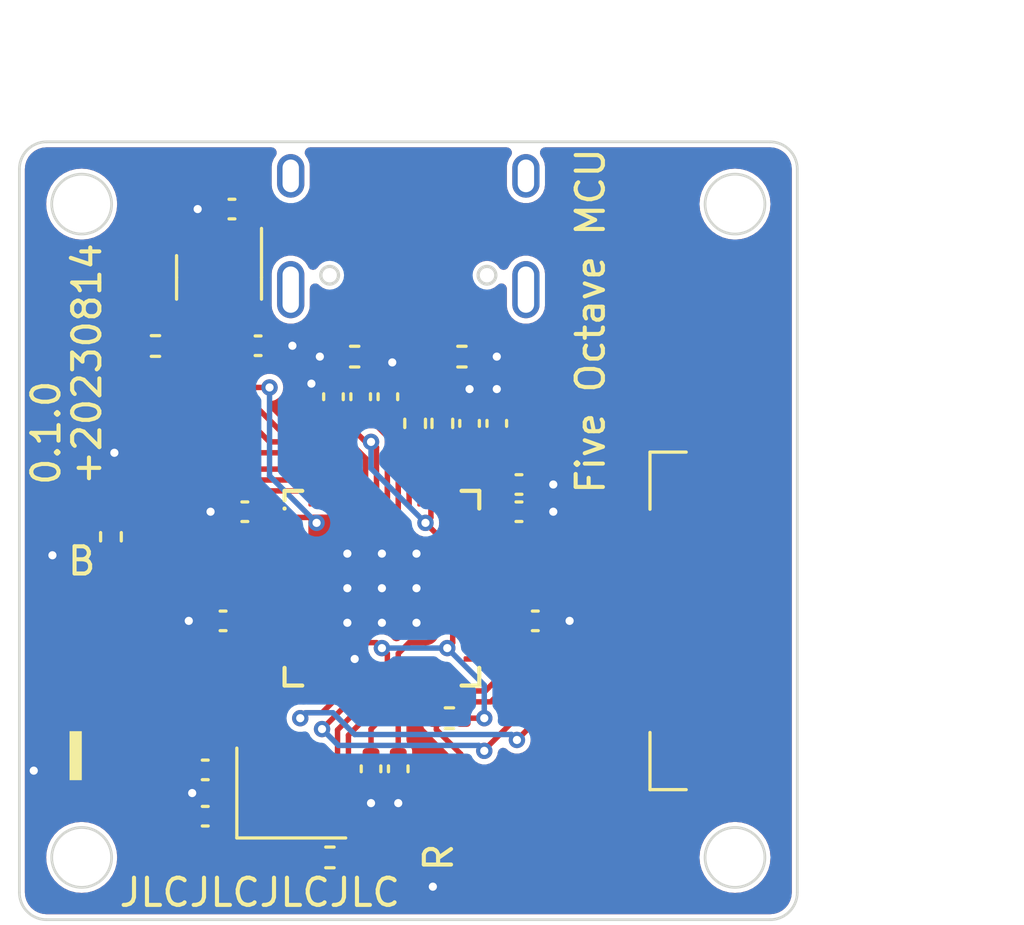
<source format=kicad_pcb>
(kicad_pcb (version 20221018) (generator pcbnew)
  (title_block (title "Five Octave - MCU") (date "2023-08-14") (rev "1.0.0-wip.1") (comment 1 "https://github.com/takayoshiotake/five-octave-61-key-keyboard"))
  (layers (0 "F.Cu" signal) (31 "B.Cu" signal) (34 "B.Paste" user) (35 "F.Paste" user) (36 "B.SilkS" user "B.Silkscreen") (37 "F.SilkS" user "F.Silkscreen") (38 "B.Mask" user) (39 "F.Mask" user) (44 "Edge.Cuts" user))
  (net 0 "")
  (net 1 "Net-(U1-XIN)")
  (net 2 "GND")
  (net 3 "Net-(C2-Pad1)")
  (net 4 "+3V3")
  (net 5 "+1V1")
  (net 6 "+5V")
  (net 7 "Net-(J1-CC1)")
  (net 8 "Net-(J1-D+-PadA6)")
  (net 9 "Net-(J1-D--PadA7)")
  (net 11 "Net-(J1-CC2)")
  (net 13 "ROW0")
  (net 14 "ROW1")
  (net 15 "ROW2")
  (net 16 "ROW3")
  (net 17 "ROW4")
  (net 18 "ROW5")
  (net 19 "ROW6")
  (net 20 "ROW7")
  (net 21 "COL0")
  (net 22 "COL1")
  (net 23 "COL2")
  (net 24 "COL3")
  (net 25 "COL4")
  (net 26 "COL5")
  (net 27 "COL6")
  (net 28 "COL7")
  (net 29 "NEOPIX_POWER")
  (net 31 "NEOPIX")
  (net 32 "Net-(U1-RUN)")
  (net 33 "Net-(U1-XOUT)")
  (net 34 "QSPI_SS_N")
  (net 35 "Net-(R4-Pad2)")
  (net 36 "D+")
  (net 37 "D-")
  (net 38 "~{RESET}")
  (net 40 "~{USB_BOOT}")
  (net 56 "Net-(U1-QSPI_SD3)")
  (net 57 "Net-(U1-QSPI_SCLK)")
  (net 58 "Net-(U1-QSPI_SD0)")
  (net 59 "Net-(U1-QSPI_SD2)")
  (net 60 "Net-(U1-QSPI_SD1)")
  (footprint "Capacitor_SMD:C_0402_1005Metric" (layer "F.Cu") (at 44.665 43.8)
    (fp_text reference "C8" hide)
    (fp_text value "0.1uF" hide)
  )
  (footprint "Capacitor_SMD:C_0402_1005Metric" (layer "F.Cu") (at 44.065 39.79)
    (fp_text reference "C9" hide)
    (fp_text value "0.1uF" hide)
  )
  (footprint "Capacitor_SMD:C_0402_1005Metric" (layer "F.Cu") (at 39.63 49.235 -90)
    (fp_text reference "C13" hide)
    (fp_text value "0.1uF" hide)
  )
  (footprint "Capacitor_SMD:C_0402_1005Metric" (layer "F.Cu") (at 42.25 36.545 90)
    (fp_text reference "C4" hide)
    (fp_text value "1uF" hide)
  )
  (footprint "Capacitor_SMD:C_0402_1005Metric" (layer "F.Cu") (at 38.63 49.235 -90)
    (fp_text reference "C7" hide)
    (fp_text value "0.1uF" hide)
  )
  (footprint "Resistor_SMD:R_0402_1005Metric" (layer "F.Cu") (at 41.97 34.0925)
    (fp_text reference "R8" hide)
    (fp_text value "5.1K" hide)
  )
  (footprint "Resistor_SMD:R_0402_1005Metric" (layer "F.Cu") (at 37.12 52.4895 180)
    (fp_text reference "R2" hide)
    (fp_text value "1K" hide)
  )
  (footprint "Project_Library:WS2812C-2020" (layer "F.Cu") (at 28.005 48.75225)
    (fp_text reference "LED1" hide)
    (fp_text value "WS2812C-2020-V1" hide)
  )
  (footprint "Capacitor_SMD:C_0402_1005Metric" (layer "F.Cu") (at 44.065 38.79)
    (fp_text reference "C10" hide)
    (fp_text value "0.1uF" hide)
  )
  (footprint "Project_Library:Tactile_Switch_SKRP_Series" (layer "F.Cu") (at 44 52.4895)
    (fp_text reference "SW1" hide)
    (fp_text value "Alps_Alpine_SKRP" hide)
  )
  (footprint "Resistor_SMD:R_0402_1005Metric" (layer "F.Cu") (at 41.51 47.375 180)
    (fp_text reference "R1" hide)
    (fp_text value "10K" hide)
  )
  (footprint "Crystal:Crystal_SMD_3225-4Pin_3.2x2.5mm" (layer "F.Cu") (at 35.7 50.125)
    (fp_text reference "Y1" hide)
    (fp_text value "12MHz" hide)
  )
  (footprint "Capacitor_SMD:C_0402_1005Metric" (layer "F.Cu") (at 33.195 43.8 180)
    (fp_text reference "C6" hide)
    (fp_text value "0.1uF" hide)
  )
  (footprint "Resistor_SMD:R_0402_1005Metric" (layer "F.Cu") (at 40.25 36.545 90)
    (fp_text reference "R5" hide)
    (fp_text value "27" hide)
  )
  (footprint "Resistor_SMD:R_0402_1005Metric" (layer "F.Cu") (at 29.0755 40.71 -90)
    (fp_text reference "R4" hide)
    (fp_text value "1K" hide)
  )
  (footprint "Project_Library:RP2040_QFN-56" (layer "F.Cu") (at 39.03 42.6)
    (fp_text reference "U1" hide)
    (fp_text value "Raspberry_Pi_RP2040" hide)
  )
  (footprint "Capacitor_SMD:C_0402_1005Metric" (layer "F.Cu") (at 38.25 35.565 90)
    (fp_text reference "C12" hide)
    (fp_text value "0.1uF" hide)
  )
  (footprint "Resistor_SMD:R_0402_1005Metric" (layer "F.Cu") (at 41.25 36.545 90)
    (fp_text reference "R6" hide)
    (fp_text value "27" hide)
  )
  (footprint "Capacitor_SMD:C_0402_1005Metric" (layer "F.Cu") (at 39.25 35.565 90)
    (fp_text reference "C11" hide)
    (fp_text value "0.1uF" hide)
  )
  (footprint "Project_Library:HRO_TYPE-C-31-M-12" (layer "F.Cu") (at 40 30 180)
    (fp_text reference "J1" hide)
    (fp_text value "HRO_TYPE-C-31-M-12" hide)
    (fp_circle (center -2.89 -1.1025) (end -2.565 -1.1025) (stroke (width 0.12)) (fill none) (layer "Edge.Cuts"))
    (fp_circle (center 2.89 -1.1025) (end 3.215 -1.1025) (stroke (width 0.12)) (fill none) (layer "Edge.Cuts"))
  )
  (footprint "Capacitor_SMD:C_0402_1005Metric" (layer "F.Cu") (at 32.54 49.275 180)
    (fp_text reference "C1" hide)
    (fp_text value "30pF" hide)
  )
  (footprint "Resistor_SMD:R_0402_1005Metric" (layer "F.Cu") (at 30.7115 33.7025 180)
    (fp_text reference "R3" hide)
    (fp_text value "10K" hide)
  )
  (footprint "Capacitor_SMD:C_0402_1005Metric" (layer "F.Cu") (at 33.995 39.79 180)
    (fp_text reference "C5" hide)
    (fp_text value "0.1uF" hide)
  )
  (footprint "Capacitor_SMD:C_0402_1005Metric" (layer "F.Cu") (at 43.25 36.545 90)
    (fp_text reference "C3" hide)
    (fp_text value "1uF" hide)
  )
  (footprint "Capacitor_SMD:C_0402_1005Metric" (layer "F.Cu") (at 37.25 35.565 90)
    (fp_text reference "C14" hide)
    (fp_text value "0.1uF" hide)
  )
  (footprint "Resistor_SMD:R_0402_1005Metric" (layer "F.Cu") (at 38.030001 34.0925 180)
    (fp_text reference "R7" hide)
    (fp_text value "5.1K" hide)
  )
  (footprint "Package_TO_SOT_SMD:SOT-23-5" (layer "F.Cu") (at 33.0465 31.1825 -90)
    (fp_text reference "U3" hide)
    (fp_text value "AP2112K-3.3" hide)
  )
  (footprint "Capacitor_SMD:C_0402_1005Metric" (layer "F.Cu") (at 34.4815 33.6925)
    (fp_text reference "C16" hide)
    (fp_text value "10uF" hide)
  )
  (footprint "Capacitor_SMD:C_0402_1005Metric" (layer "F.Cu") (at 32.54 50.975 180)
    (fp_text reference "C2" hide)
    (fp_text value "30pF" hide)
  )
  (footprint "Project_Library:Tactile_Switch_SKRP_Series" (layer "F.Cu") (at 28.0005 44.49 -90)
    (fp_text reference "SW2" hide)
    (fp_text value "Alps_Alpine_SKRP" hide)
  )
  (footprint "Project_Library:XSON-8-EP_4x4mm" (layer "F.Cu") (at 32.1015 36.425)
    (fp_text reference "U2" hide)
    (fp_text value "W25Q64JVXGIQ" hide)
  )
  (footprint "Capacitor_SMD:C_0402_1005Metric" (layer "F.Cu") (at 33.5215 28.6725 180)
    (fp_text reference "C15" hide)
    (fp_text value "10uF" hide)
  )
  (footprint "Project_Library:JUSHUO_AFC01-S16FCC-00" (layer "F.Cu") (at 49.793 43.8 -90)
    (fp_text reference "J2" hide)
    (fp_text value "FFC Connector" hide)
  )
  (gr_rect (start 48.278 35.105) (end 49.278 36.105) (fill solid) (layer "F.Cu"))
  (gr_poly (pts (xy 49.278 34.105) (xy 50.278 34.105) (xy 50.278 36.105) (xy 51.278 36.105) (xy 51.278 34.105) (xy 52.278 34.105) (xy 52.278 36.105) (xy 53.278 36.105) (xy 53.278 34.105) (xy 52.278 34.105) (xy 52.278 33.105) (xy 53.278 33.105) (xy 53.278 31.105) (xy 52.278 31.105) (xy 52.278 33.105) (xy 51.278 33.105) (xy 51.278 31.105) (xy 50.278 31.105) (xy 50.278 33.105) (xy 49.278 33.105)) (fill solid) (layer "F.Cu"))
  (gr_rect (start 48.278 31.105) (end 49.278 32.105) (fill solid) (layer "F.Cu"))
  (gr_circle (center 28.0005 52.4895) (end 29.1005 52.4895) (stroke (width 0.1)) (fill none) (layer "Edge.Cuts"))
  (gr_circle (center 52.0005 28.4895) (end 53.1005 28.4895) (stroke (width 0.1)) (fill none) (layer "Edge.Cuts"))
  (gr_line (start 25.713 53.777) (end 25.713 27.202) (stroke (width 0.1)) (layer "Edge.Cuts"))
  (gr_line (start 54.288 27.202) (end 54.288 53.777) (stroke (width 0.1)) (layer "Edge.Cuts"))
  (gr_arc (start 25.713 27.202) (mid 26.005893 26.494893) (end 26.713 26.202) (stroke (width 0.1)) (layer "Edge.Cuts"))
  (gr_arc (start 53.288 26.202) (mid 53.995107 26.494893) (end 54.288 27.202) (stroke (width 0.1)) (layer "Edge.Cuts"))
  (gr_line (start 26.713 26.202) (end 53.288 26.202) (stroke (width 0.1)) (layer "Edge.Cuts"))
  (gr_line (start 53.288 54.777) (end 26.713 54.777) (stroke (width 0.1)) (layer "Edge.Cuts"))
  (gr_circle (center 28.0005 28.4895) (end 29.1005 28.4895) (stroke (width 0.1)) (fill none) (layer "Edge.Cuts"))
  (gr_arc (start 26.713 54.777) (mid 26.005893 54.484107) (end 25.713 53.777) (stroke (width 0.1)) (layer "Edge.Cuts"))
  (gr_circle (center 52.0005 52.4895) (end 53.1005 52.4895) (stroke (width 0.1)) (fill none) (layer "Edge.Cuts"))
  (gr_arc (start 54.288 53.777) (mid 53.995107 54.484107) (end 53.288 54.777) (stroke (width 0.1)) (layer "Edge.Cuts"))
  (gr_text "0.1.0" (at 26.1095 38.896643 90) (layer "F.SilkS") (effects (font (size 1 1)) (justify left top)))
  (gr_text "R" (at 41.7 52.4895 90) (layer "F.SilkS") (effects (font (size 1 1)) (justify bottom)))
  (gr_text "B" (at 28.0005 42.19) (layer "F.SilkS") (effects (font (size 1 1)) (justify bottom)))
  (gr_text "JLCJLCJLCJLC" (at 29.3005 53.77875) (layer "F.SilkS") (effects (font (size 1 1)) (justify left)))
  (gr_text "Five Octave MCU" (at 47.278 26.352 90) (layer "F.SilkS") (effects (font (size 1 1)) (justify right bottom)))
  (gr_text "+20230814" (at 27.6095 38.896643 90) (layer "F.SilkS") (effects (font (size 1 1)) (justify left top)))
  (segment (start 37.4 47.805) (end 37.4 49.275) (width 0.2) (layer "F.Cu") (net 1))
  (segment (start 33.02 48.865) (end 33.02 49.275) (width 0.2) (layer "F.Cu") (net 1))
  (segment (start 36.7 49.275) (end 35.8 48.375) (width 0.2) (layer "F.Cu") (net 1))
  (segment (start 35.8 48.375) (end 33.51 48.375) (width 0.2) (layer "F.Cu") (net 1))
  (segment (start 38.43 46.775) (end 37.4 47.805) (width 0.2) (layer "F.Cu") (net 1))
  (segment (start 33.51 48.375) (end 33.02 48.865) (width 0.2) (layer "F.Cu") (net 1))
  (segment (start 38.43 46.0375) (end 38.43 46.775) (width 0.2) (layer "F.Cu") (net 1))
  (segment (start 32.2615 28.6725) (end 33.0415 28.6725) (width 0.2) (layer "F.Cu") (net 2))
  (segment (start 32.06 50.975) (end 32.06 50.124999) (width 0.2) (layer "F.Cu") (net 2))
  (segment (start 34.9615 33.6925) (end 35.7415 33.6925) (width 0.2) (layer "F.Cu") (net 2))
  (segment (start 43.25 32.5475) (end 43.25 34.0925) (width 0.2) (layer "F.Cu") (net 2))
  (segment (start 39.249999 35.085) (end 39.25 35.085001) (width 0.2) (layer "F.Cu") (net 2))
  (segment (start 42.48 34.0925) (end 43.25 34.0925) (width 0.2) (layer "F.Cu") (net 2))
  (segment (start 44.545 38.79) (end 45.324999 38.79) (width 0.2) (layer "F.Cu") (net 2))
  (segment (start 45.145 43.8) (end 45.925 43.8) (width 0.2) (layer "F.Cu") (net 2))
  (segment (start 29.2015 37.625) (end 30.2015 37.625) (width 0.2) (layer "F.Cu") (net 2))
  (segment (start 33.0465 30.045) (end 33.0465 28.6725) (width 0.2) (layer "F.Cu") (net 2))
  (segment (start 42.25 36.065) (end 42.25 35.285) (width 0.2) (layer "F.Cu") (net 2))
  (segment (start 44.545 39.79) (end 45.324999 39.79) (width 0.2) (layer "F.Cu") (net 2))
  (segment (start 36.44 35.085) (end 37.25 35.085) (width 0.2) (layer "F.Cu") (net 2))
  (segment (start 40.901 53.5645) (end 41.926 53.5645) (width 0.2) (layer "F.Cu") (net 2))
  (segment (start 38.03 46.0375) (end 38.03 45.2) (width 0.2) (layer "F.Cu") (net 2))
  (segment (start 26.9255 41.39) (end 26.9255 42.415) (width 0.2) (layer "F.Cu") (net 2))
  (segment (start 36.75 32.5475) (end 36.75 34.0925) (width 0.2) (layer "F.Cu") (net 2))
  (segment (start 38.63 49.715) (end 38.63 50.494999) (width 0.2) (layer "F.Cu") (net 2))
  (segment (start 38.25 35.085) (end 39.25 35.085) (width 0.2) (layer "F.Cu") (net 2))
  (segment (start 39.63 49.715) (end 39.63 50.494999) (width 0.2) (layer "F.Cu") (net 2))
  (segment (start 39.25 35.085) (end 39.25 34.464999) (width 0.2) (layer "F.Cu") (net 2))
  (segment (start 39.25 34.464999) (end 39.409999 34.305) (width 0.2) (layer "F.Cu") (net 2))
  (segment (start 37.520001 34.0925) (end 36.75 34.0925) (width 0.2) (layer "F.Cu") (net 2))
  (segment (start 31.935 43.8) (end 32.715 43.8) (width 0.2) (layer "F.Cu") (net 2))
  (segment (start 32.06 49.275) (end 32.06 50.124999) (width 0.2) (layer "F.Cu") (net 2))
  (segment (start 43.25 36.065) (end 43.25 35.285) (width 0.2) (layer "F.Cu") (net 2))
  (segment (start 32.735 39.79) (end 33.515 39.79) (width 0.2) (layer "F.Cu") (net 2))
  (segment (start 26.24 49.30225) (end 27.09 49.30225) (width 0.2) (layer "F.Cu") (net 2))
  (via (at 45.324999 38.79) (size 0.6) (drill 0.3) (layers "F.Cu" "B.Cu") (net 2))
  (via (at 43.25 35.285) (size 0.6) (drill 0.3) (layers "F.Cu" "B.Cu") (net 2))
  (via (at 45.925 43.8) (size 0.6) (drill 0.3) (layers "F.Cu" "B.Cu") (net 2))
  (via (at 32.06 50.124999) (size 0.6) (drill 0.3) (layers "F.Cu" "B.Cu") (net 2))
  (via (at 36.44 35.085) (size 0.6) (drill 0.3) (layers "F.Cu" "B.Cu") (net 2))
  (via (at 38.63 50.494999) (size 0.6) (drill 0.3) (layers "F.Cu" "B.Cu") (net 2))
  (via (at 32.735 39.79) (size 0.6) (drill 0.3) (layers "F.Cu" "B.Cu") (net 2))
  (via (at 38.03 45.2) (size 0.6) (drill 0.3) (layers "F.Cu" "B.Cu") (net 2))
  (via (at 42.25 35.285) (size 0.6) (drill 0.3) (layers "F.Cu" "B.Cu") (net 2))
  (via (at 39.63 50.494999) (size 0.6) (drill 0.3) (layers "F.Cu" "B.Cu") (net 2))
  (via (at 40.901 53.5645) (size 0.6) (drill 0.3) (layers "F.Cu" "B.Cu") (net 2))
  (via (at 36.75 34.0925) (size 0.6) (drill 0.3) (layers "F.Cu" "B.Cu") (net 2))
  (via (at 29.2015 37.625) (size 0.6) (drill 0.3) (layers "F.Cu" "B.Cu") (net 2))
  (via (at 45.324999 39.79) (size 0.6) (drill 0.3) (layers "F.Cu" "B.Cu") (net 2))
  (via (at 26.9255 41.39) (size 0.6) (drill 0.3) (layers "F.Cu" "B.Cu") (net 2))
  (via (at 35.7415 33.6925) (size 0.6) (drill 0.3) (layers "F.Cu" "B.Cu") (net 2))
  (via (at 31.935 43.8) (size 0.6) (drill 0.3) (layers "F.Cu" "B.Cu") (net 2))
  (via (at 26.24 49.30225) (size 0.6) (drill 0.3) (layers "F.Cu" "B.Cu") (net 2))
  (via (at 39.409999 34.305) (size 0.6) (drill 0.3) (layers "F.Cu" "B.Cu") (net 2))
  (via (at 32.2615 28.6725) (size 0.6) (drill 0.3) (layers "F.Cu" "B.Cu") (net 2))
  (via (at 43.25 34.0925) (size 0.6) (drill 0.3) (layers "F.Cu" "B.Cu") (net 2))
  (segment (start 36.2145 52.4895) (end 34.7 50.975) (width 0.2) (layer "F.Cu") (net 3))
  (segment (start 33.02 50.975) (end 34.6 50.975) (width 0.2) (layer "F.Cu") (net 3))
  (segment (start 36.2145 52.4895) (end 36.61 52.4895) (width 0.2) (layer "F.Cu") (net 3))
  (segment (start 35.5925 40) (end 36.43 40) (width 0.2) (layer "F.Cu") (net 4))
  (segment (start 41.23 40.2) (end 41.63 40.6) (width 0.2) (layer "F.Cu") (net 4))
  (segment (start 34.475 39.79) (end 35.045 39.79) (width 0.2) (layer "F.Cu") (net 4))
  (segment (start 41.63 43.6) (end 41.63 44.6) (width 0.2) (layer "F.Cu") (net 4))
  (segment (start 38.83 44.6) (end 39.03 44.8) (width 0.2) (layer "F.Cu") (net 4))
  (segment (start 35.5925 43.6) (end 36.43 43.6) (width 0.2) (layer "F.Cu") (net 4))
  (segment (start 31.2215 33.7025) (end 34.0015 33.7025) (width 0.2) (layer "F.Cu") (net 4))
  (segment (start 37.03 43.6) (end 37.03 41) (width 0.2) (layer "F.Cu") (net 4))
  (segment (start 34.0015 35.225) (end 34.0015 33.6925) (width 0.2) (layer "F.Cu") (net 4))
  (segment (start 44.185 43.8) (end 43.805 43.8) (width 0.2) (layer "F.Cu") (net 4))
  (segment (start 39.63 36.825) (end 39.25 36.445) (width 0.2) (layer "F.Cu") (net 4))
  (segment (start 41.63 44.6) (end 41.43 44.8) (width 0.2) (layer "F.Cu") (net 4))
  (segment (start 39.63 40) (end 39.63 40.6) (width 0.2) (layer "F.Cu") (net 4))
  (segment (start 42.23 38.425) (end 41.43 38.425) (width 0.2) (layer "F.Cu") (net 4))
  (segment (start 41.23 40) (end 41.23 40.2) (width 0.2) (layer "F.Cu") (net 4))
  (segment (start 43.25 37.405) (end 42.23 38.425) (width 0.2) (layer "F.Cu") (net 4))
  (segment (start 36.43 43.6) (end 37.03 43.6) (width 0.2) (layer "F.Cu") (net 4))
  (segment (start 36.63 40.2) (end 36.83 40) (width 0.2) (layer "F.Cu") (net 4))
  (segment (start 39.23 45) (end 39.03 44.8) (width 0.2) (layer "F.Cu") (net 4))
  (segment (start 41.63 43.6) (end 41.63 40.6) (width 0.2) (layer "F.Cu") (net 4))
  (segment (start 38.43 36.625) (end 38.25 36.445) (width 0.2) (layer "F.Cu") (net 4))
  (segment (start 36.43 41) (end 37.03 41) (width 0.2) (layer "F.Cu") (net 4))
  (segment (start 41.63 40) (end 41.23 40) (width 0.2) (layer "F.Cu") (net 4))
  (segment (start 35.5925 43.6) (end 34.255 43.6) (width 0.2) (layer "F.Cu") (net 4))
  (segment (start 33.9965 32.32) (end 33.9965 33.6925) (width 0.2) (layer "F.Cu") (net 4))
  (segment (start 39.23 46.0375) (end 39.23 45) (width 0.2) (layer "F.Cu") (net 4))
  (segment (start 39.63 40) (end 39.63 39.1625) (width 0.2) (layer "F.Cu") (net 4))
  (segment (start 37.03 43.6) (end 37.03 44.2) (width 0.2) (layer "F.Cu") (net 4))
  (segment (start 36.43 40) (end 36.83 40) (width 0.2) (layer "F.Cu") (net 4))
  (segment (start 35.045 39.79) (end 35.255 40) (width 0.2) (layer "F.Cu") (net 4))
  (segment (start 38.63 47.775) (end 38.63 48.755) (width 0.2) (layer "F.Cu") (net 4))
  (segment (start 43.25 37.025) (end 43.25 37.405) (width 0.2) (layer "F.Cu") (net 4))
  (segment (start 39.63 39.1625) (end 39.63 36.825) (width 0.2) (layer "F.Cu") (net 4))
  (segment (start 34.0015 35.225) (end 34.901499 35.225) (width 0.2) (layer "F.Cu") (net 4))
  (segment (start 37.33 40) (end 39.23 40) (width 0.2) (layer "F.Cu") (net 4))
  (segment (start 39.25 36.445) (end 39.25 36.045) (width 0.2) (layer "F.Cu") (net 4))
  (segment (start 33.675 43.8) (end 34.055 43.8) (width 0.2) (layer "F.Cu") (net 4))
  (segment (start 41.23 40) (end 41.23 39.1625) (width 0.2) (layer "F.Cu") (net 4))
  (segment (start 37.43 44.6) (end 36.43 44.6) (width 0.2) (layer "F.Cu") (net 4))
  (segment (start 39.23 40) (end 39.63 40) (width 0.2) (layer "F.Cu") (net 4))
  (segment (start 41.63 40) (end 41.63 39.1625) (width 0.2) (layer "F.Cu") (net 4))
  (segment (start 39.23 37.025) (end 38.83 36.625) (width 0.2) (layer "F.Cu") (net 4))
  (segment (start 37.77 40.6) (end 39.63 40.6) (width 0.2) (layer "F.Cu") (net 4))
  (segment (start 42.02 47.375) (end 42.79 47.375) (width 0.2) (layer "F.Cu") (net 4))
  (segment (start 34.255 43.6) (end 34.055 43.8) (width 0.2) (layer "F.Cu") (net 4))
  (segment (start 39.23 46.0375) (end 39.23 47.175) (width 0.2) (layer "F.Cu") (net 4))
  (segment (start 41.23 39.1625) (end 41.23 38.625) (width 0.2) (layer "F.Cu") (net 4))
  (segment (start 37.43 40.6) (end 37.77 40.6) (width 0.2) (layer "F.Cu") (net 4))
  (segment (start 38.25 36.445) (end 38.25 36.045) (width 0.2) (layer "F.Cu") (net 4))
  (segment (start 39.23 39.1625) (end 39.23 37.025) (width 0.2) (layer "F.Cu") (net 4))
  (segment (start 42.4675 43.6) (end 41.63 43.6) (width 0.2) (layer "F.Cu") (net 4))
  (segment (start 43.605 43.6) (end 43.805 43.8) (width 0.2) (layer "F.Cu") (net 4))
  (segment (start 38.83 36.625) (end 38.43 36.625) (width 0.2) (layer "F.Cu") (net 4))
  (segment (start 36.83 40) (end 37.33 40) (width 0.2) (layer "F.Cu") (net 4))
  (segment (start 37.43 44.6) (end 38.83 44.6) (width 0.2) (layer "F.Cu") (net 4))
  (segment (start 36.43 40) (end 36.63 40.2) (width 0.2) (layer "F.Cu") (net 4))
  (segment (start 42.4675 40) (end 41.63 40) (width 0.2) (layer "F.Cu") (net 4))
  (segment (start 41.23 38.625) (end 41.43 38.425) (width 0.2) (layer "F.Cu") (net 4))
  (segment (start 39.23 47.175) (end 38.63 47.775) (width 0.2) (layer "F.Cu") (net 4))
  (segment (start 41.63 40.6) (end 41.63 40) (width 0.2) (layer "F.Cu") (net 4))
  (segment (start 42.4675 43.6) (end 43.605 43.6) (width 0.2) (layer "F.Cu") (net 4))
  (segment (start 43.015 39.79) (end 42.805 40) (width 0.2) (layer "F.Cu") (net 4))
  (segment (start 36.43 44.6) (end 36.43 41) (width 0.2) (layer "F.Cu") (net 4))
  (segment (start 39.23 40) (end 39.23 39.1625) (width 0.2) (layer "F.Cu") (net 4))
  (segment (start 36.43 41) (end 36.43 40) (width 0.2) (layer "F.Cu") (net 4))
  (segment (start 41.63 38.825) (end 43.585 38.825) (width 0.2) (layer "F.Cu") (net 4))
  (segment (start 43.585 39.79) (end 43.015 39.79) (width 0.2) (layer "F.Cu") (net 4))
  (via (at 41.43 44.8) (size 0.6) (drill 0.3) (layers "F.Cu" "B.Cu") (net 4))
  (via (at 39.03 44.8) (size 0.6) (drill 0.3) (layers "F.Cu" "B.Cu") (net 4))
  (via (at 34.901499 35.225) (size 0.6) (drill 0.3) (layers "F.Cu" "B.Cu") (net 4))
  (via (at 36.63 40.2) (size 0.6) (drill 0.3) (layers "F.Cu" "B.Cu") (net 4))
  (via (at 42.79 47.375) (size 0.6) (drill 0.3) (layers "F.Cu" "B.Cu") (net 4))
  (arc (start 37.03 44.2) (mid 37.147157 44.482843) (end 37.43 44.6) (width 0.2) (layer "F.Cu") (net 4))
  (arc (start 37.03 41) (mid 37.147157 40.717157) (end 37.43 40.6) (width 0.2) (layer "F.Cu") (net 4))
  (segment (start 34.901499 38.471499) (end 36.63 40.2) (width 0.2) (layer "B.Cu") (net 4))
  (segment (start 42.79 47.375) (end 42.79 46.16) (width 0.2) (layer "B.Cu") (net 4))
  (segment (start 39.03 44.8) (end 41.43 44.8) (width 0.2) (layer "B.Cu") (net 4))
  (segment (start 42.79 46.16) (end 41.43 44.8) (width 0.2) (layer "B.Cu") (net 4))
  (segment (start 34.901499 35.225) (end 34.901499 38.471499) (width 0.2) (layer "B.Cu") (net 4))
  (segment (start 39.63 45) (end 39.63 46.0375) (width 0.2) (layer "F.Cu") (net 5))
  (segment (start 38.83 39.1625) (end 38.83 37.425) (width 0.2) (layer "F.Cu") (net 5))
  (segment (start 39.63 45) (end 40.03 44.6) (width 0.2) (layer "F.Cu") (net 5))
  (segment (start 40.83 39.1625) (end 40.83 40) (width 0.2) (layer "F.Cu") (net 5))
  (segment (start 40.83 40) (end 40.63 40.2) (width 0.2) (layer "F.Cu") (net 5))
  (segment (start 41.03 40.6) (end 40.63 40.2) (width 0.2) (layer "F.Cu") (net 5))
  (segment (start 42.25 37.405) (end 41.63 38.025) (width 0.2) (layer "F.Cu") (net 5))
  (segment (start 38.83 37.425) (end 38.63 37.225) (width 0.2) (layer "F.Cu") (net 5))
  (segment (start 41.63 38.025) (end 41.23 38.025) (width 0.2) (layer "F.Cu") (net 5))
  (segment (start 42.25 37.025) (end 42.25 37.405) (width 0.2) (layer "F.Cu") (net 5))
  (segment (start 38.63 37.225) (end 38.43 37.225) (width 0.2) (layer "F.Cu") (net 5))
  (segment (start 40.83 39.1625) (end 40.83 38.425) (width 0.2) (layer "F.Cu") (net 5))
  (segment (start 41.03 40.6) (end 41.03 44.2) (width 0.2) (layer "F.Cu") (net 5))
  (segment (start 40.63 44.6) (end 40.03 44.6) (width 0.2) (layer "F.Cu") (net 5))
  (segment (start 39.63 46.0375) (end 39.63 48.755) (width 0.2) (layer "F.Cu") (net 5))
  (segment (start 38.43 37.225) (end 37.25 36.045) (width 0.2) (layer "F.Cu") (net 5))
  (segment (start 40.83 38.425) (end 41.23 38.025) (width 0.2) (layer "F.Cu") (net 5))
  (via (at 40.63 40.2) (size 0.6) (drill 0.3) (layers "F.Cu" "B.Cu") (net 5))
  (via (at 38.63 37.225) (size 0.6) (drill 0.3) (layers "F.Cu" "B.Cu") (net 5))
  (arc (start 41.03 44.2) (mid 40.912843 44.482843) (end 40.63 44.6) (width 0.2) (layer "F.Cu") (net 5))
  (segment (start 38.63 38.2) (end 38.63 37.225) (width 0.2) (layer "B.Cu") (net 5))
  (segment (start 40.63 40.2) (end 38.63 38.2) (width 0.2) (layer "B.Cu") (net 5))
  (segment (start 32.0965 30.8075) (end 32.0965 30.045) (width 0.2) (layer "F.Cu") (net 6))
  (segment (start 32.2965 31.0075) (end 32.0965 30.8075) (width 0.2) (layer "F.Cu") (net 6))
  (segment (start 37.55 31.7225) (end 37.55 32.5475) (width 0.2) (layer "F.Cu") (net 6))
  (segment (start 34.0015 28.6725) (end 35.7 28.6725) (width 0.2) (layer "F.Cu") (net 6))
  (segment (start 42.45 31.7225) (end 41.85 31.1225) (width 0.2) (layer "F.Cu") (net 6))
  (segment (start 33.9965 30.8075) (end 33.9965 30.045) (width 0.2) (layer "F.Cu") (net 6))
  (segment (start 42.45 32.5475) (end 42.45 31.7225) (width 0.2) (layer "F.Cu") (net 6))
  (segment (start 35.7 28.6725) (end 38.15 31.1225) (width 0.2) (layer "F.Cu") (net 6))
  (segment (start 41.85 31.1225) (end 38.15 31.1225) (width 0.2) (layer "F.Cu") (net 6))
  (segment (start 33.7965 31.0075) (end 33.9965 30.8075) (width 0.2) (layer "F.Cu") (net 6))
  (segment (start 38.15 31.1225) (end 37.55 31.7225) (width 0.2) (layer "F.Cu") (net 6))
  (segment (start 33.7965 31.0075) (end 32.2965 31.0075) (width 0.2) (layer "F.Cu") (net 6))
  (segment (start 33.9965 30.045) (end 33.9965 28.6725) (width 0.2) (layer "F.Cu") (net 6))
  (segment (start 41.46 34.0925) (end 41.46 33.5825) (width 0.2) (layer "F.Cu") (net 7))
  (segment (start 41.46 33.5825) (end 41.25 33.3725) (width 0.2) (layer "F.Cu") (net 7))
  (segment (start 41.25 32.5475) (end 41.25 33.3725) (width 0.2) (layer "F.Cu") (net 7))
  (segment (start 39.25 33.3725) (end 39.25 32.5475) (width 0.2) (layer "F.Cu") (net 8))
  (segment (start 40.25 33.5725) (end 40.25 32.5475) (width 0.2) (layer "F.Cu") (net 8))
  (segment (start 39.25 33.3725) (end 39.45 33.5725) (width 0.2) (layer "F.Cu") (net 8))
  (segment (start 40.25 36.035) (end 40.25 33.5725) (width 0.2) (layer "F.Cu") (net 8))
  (segment (start 39.45 33.5725) (end 40.25 33.5725) (width 0.2) (layer "F.Cu") (net 8))
  (segment (start 39.75 31.7225) (end 39.95 31.5225) (width 0.2) (layer "F.Cu") (net 9))
  (segment (start 40.55 31.5225) (end 40.75 31.7225) (width 0.2) (layer "F.Cu") (net 9))
  (segment (start 40.75 32.5475) (end 40.75 31.7225) (width 0.2) (layer "F.Cu") (net 9))
  (segment (start 41.25 36.035) (end 41.25 35.665) (width 0.2) (layer "F.Cu") (net 9))
  (segment (start 39.75 32.5475) (end 39.75 31.7225) (width 0.2) (layer "F.Cu") (net 9))
  (segment (start 40.75 35.165) (end 40.75 32.5475) (width 0.2) (layer "F.Cu") (net 9))
  (segment (start 39.95 31.5225) (end 40.55 31.5225) (width 0.2) (layer "F.Cu") (net 9))
  (segment (start 41.25 35.665) (end 40.75 35.165) (width 0.2) (layer "F.Cu") (net 9))
  (segment (start 38.25 33.3725) (end 38.540001 33.662501) (width 0.2) (layer "F.Cu") (net 11))
  (segment (start 38.25 32.5475) (end 38.25 33.3725) (width 0.2) (layer "F.Cu") (net 11))
  (segment (start 38.540001 33.662501) (end 38.540001 34.0925) (width 0.2) (layer "F.Cu") (net 11))
  (segment (start 36.03 47.375) (end 36.23 47.175) (width 0.2) (layer "F.Cu") (net 13))
  (segment (start 44.615 47.55) (end 48.528 47.55) (width 0.2) (layer "F.Cu") (net 13))
  (segment (start 37.23 46.775) (end 36.83 47.175) (width 0.2) (layer "F.Cu") (net 13))
  (segment (start 43.99 48.175) (end 44.615 47.55) (width 0.2) (layer "F.Cu") (net 13))
  (segment (start 37.23 46.0375) (end 37.23 46.775) (width 0.2) (layer "F.Cu") (net 13))
  (segment (start 36.23 47.175) (end 36.83 47.175) (width 0.2) (layer "F.Cu") (net 13))
  (via (at 36.03 47.375) (size 0.6) (drill 0.3) (layers "F.Cu" "B.Cu") (net 13))
  (via (at 43.99 48.175) (size 0.6) (drill 0.3) (layers "F.Cu" "B.Cu") (net 13))
  (segment (start 38.03 47.975) (end 43.79 47.975) (width 0.2) (layer "B.Cu") (net 13))
  (segment (start 37.23 47.175) (end 38.03 47.975) (width 0.2) (layer "B.Cu") (net 13))
  (segment (start 36.23 47.175) (end 37.23 47.175) (width 0.2) (layer "B.Cu") (net 13))
  (segment (start 36.03 47.375) (end 36.23 47.175) (width 0.2) (layer "B.Cu") (net 13))
  (segment (start 43.79 47.975) (end 43.99 48.175) (width 0.2) (layer "B.Cu") (net 13))
  (segment (start 44.284709 47.05) (end 48.528 47.05) (width 0.2) (layer "F.Cu") (net 14))
  (segment (start 36.83 47.775) (end 37.63 46.975) (width 0.2) (layer "F.Cu") (net 14))
  (segment (start 37.63 46.975) (end 37.63 46.0375) (width 0.2) (layer "F.Cu") (net 14))
  (segment (start 42.79 48.575) (end 42.79 48.544709) (width 0.2) (layer "F.Cu") (net 14))
  (segment (start 42.79 48.544709) (end 44.284709 47.05) (width 0.2) (layer "F.Cu") (net 14))
  (via (at 42.79 48.575) (size 0.6) (drill 0.3) (layers "F.Cu" "B.Cu") (net 14))
  (via (at 36.83 47.775) (size 0.6) (drill 0.3) (layers "F.Cu" "B.Cu") (net 14))
  (segment (start 36.83 47.775) (end 37.43 48.375) (width 0.2) (layer "B.Cu") (net 14))
  (segment (start 37.43 48.375) (end 42.59 48.375) (width 0.2) (layer "B.Cu") (net 14))
  (segment (start 42.59 48.375) (end 42.79 48.575) (width 0.2) (layer "B.Cu") (net 14))
  (segment (start 41.43 46.775) (end 41.23 46.575) (width 0.2) (layer "F.Cu") (net 15))
  (segment (start 43.405 46.4) (end 43.03 46.775) (width 0.2) (layer "F.Cu") (net 15))
  (segment (start 46.875 46.55) (end 48.528 46.55) (width 0.2) (layer "F.Cu") (net 15))
  (segment (start 41.43 46.775) (end 43.03 46.775) (width 0.2) (layer "F.Cu") (net 15))
  (segment (start 41.23 46.575) (end 41.23 46.0375) (width 0.2) (layer "F.Cu") (net 15))
  (segment (start 43.405 46.4) (end 46.725 46.4) (width 0.2) (layer "F.Cu") (net 15))
  (segment (start 46.725 46.4) (end 46.875 46.55) (width 0.2) (layer "F.Cu") (net 15))
  (segment (start 42.83 46.375) (end 41.63 46.375) (width 0.2) (layer "F.Cu") (net 16))
  (segment (start 46.975 46.05) (end 46.925 46) (width 0.2) (layer "F.Cu") (net 16))
  (segment (start 46.925 46) (end 43.205 46) (width 0.2) (layer "F.Cu") (net 16))
  (segment (start 43.205 46) (end 42.83 46.375) (width 0.2) (layer "F.Cu") (net 16))
  (segment (start 48.528 46.05) (end 46.975 46.05) (width 0.2) (layer "F.Cu") (net 16))
  (segment (start 46.925 45.6) (end 46.975 45.55) (width 0.2) (layer "F.Cu") (net 17))
  (segment (start 43.205 45.6) (end 46.925 45.6) (width 0.2) (layer "F.Cu") (net 17))
  (segment (start 46.975 45.55) (end 48.528 45.55) (width 0.2) (layer "F.Cu") (net 17))
  (segment (start 42.805 45.2) (end 43.205 45.6) (width 0.2) (layer "F.Cu") (net 17))
  (segment (start 42.4675 44.8) (end 43.005 44.8) (width 0.2) (layer "F.Cu") (net 18))
  (segment (start 43.005 44.8) (end 43.405 45.2) (width 0.2) (layer "F.Cu") (net 18))
  (segment (start 46.875 45.05) (end 48.528 45.05) (width 0.2) (layer "F.Cu") (net 18))
  (segment (start 46.725 45.2) (end 46.875 45.05) (width 0.2) (layer "F.Cu") (net 18))
  (segment (start 43.405 45.2) (end 46.725 45.2) (width 0.2) (layer "F.Cu") (net 18))
  (segment (start 42.4675 44.4) (end 43.205 44.4) (width 0.2) (layer "F.Cu") (net 19))
  (segment (start 46.775 44.55) (end 48.528 44.55) (width 0.2) (layer "F.Cu") (net 19))
  (segment (start 43.605 44.8) (end 46.525 44.8) (width 0.2) (layer "F.Cu") (net 19))
  (segment (start 43.205 44.4) (end 43.605 44.8) (width 0.2) (layer "F.Cu") (net 19))
  (segment (start 46.525 44.8) (end 46.775 44.55) (width 0.2) (layer "F.Cu") (net 19))
  (segment (start 43.805 44.4) (end 46.325 44.4) (width 0.2) (layer "F.Cu") (net 20))
  (segment (start 46.675 44.05) (end 48.528 44.05) (width 0.2) (layer "F.Cu") (net 20))
  (segment (start 42.4675 44) (end 43.405 44) (width 0.2) (layer "F.Cu") (net 20))
  (segment (start 46.325 44.4) (end 46.675 44.05) (width 0.2) (layer "F.Cu") (net 20))
  (segment (start 43.405 44) (end 43.805 44.4) (width 0.2) (layer "F.Cu") (net 20))
  (segment (start 46.675 43.55) (end 48.528 43.55) (width 0.2) (layer "F.Cu") (net 21))
  (segment (start 42.4675 43.2) (end 46.325 43.2) (width 0.2) (layer "F.Cu") (net 21))
  (segment (start 46.325 43.2) (end 46.675 43.55) (width 0.2) (layer "F.Cu") (net 21))
  (segment (start 46.525 42.8) (end 46.775 43.05) (width 0.2) (layer "F.Cu") (net 22))
  (segment (start 42.4675 42.8) (end 46.525 42.8) (width 0.2) (layer "F.Cu") (net 22))
  (segment (start 46.775 43.05) (end 48.528 43.05) (width 0.2) (layer "F.Cu") (net 22))
  (segment (start 42.4675 42.4) (end 46.725 42.4) (width 0.2) (layer "F.Cu") (net 23))
  (segment (start 46.725 42.4) (end 46.875 42.55) (width 0.2) (layer "F.Cu") (net 23))
  (segment (start 46.875 42.55) (end 48.528 42.55) (width 0.2) (layer "F.Cu") (net 23))
  (segment (start 46.925 42) (end 46.975 42.05) (width 0.2) (layer "F.Cu") (net 24))
  (segment (start 42.4675 42) (end 46.925 42) (width 0.2) (layer "F.Cu") (net 24))
  (segment (start 46.975 42.05) (end 48.528 42.05) (width 0.2) (layer "F.Cu") (net 24))
  (segment (start 46.925 41.6) (end 46.975 41.55) (width 0.2) (layer "F.Cu") (net 25))
  (segment (start 46.975 41.55) (end 48.528 41.55) (width 0.2) (layer "F.Cu") (net 25))
  (segment (start 42.4675 41.6) (end 46.925 41.6) (width 0.2) (layer "F.Cu") (net 25))
  (segment (start 46.875 41.05) (end 48.528 41.05) (width 0.2) (layer "F.Cu") (net 26))
  (segment (start 42.4675 41.2) (end 46.725 41.2) (width 0.2) (layer "F.Cu") (net 26))
  (segment (start 46.725 41.2) (end 46.875 41.05) (width 0.2) (layer "F.Cu") (net 26))
  (segment (start 46.525 40.8) (end 46.775 40.55) (width 0.2) (layer "F.Cu") (net 27))
  (segment (start 42.4675 40.8) (end 46.525 40.8) (width 0.2) (layer "F.Cu") (net 27))
  (segment (start 46.775 40.55) (end 48.528 40.55) (width 0.2) (layer "F.Cu") (net 27))
  (segment (start 42.4675 40.4) (end 46.325 40.4) (width 0.2) (layer "F.Cu") (net 28))
  (segment (start 46.675 40.05) (end 48.528 40.05) (width 0.2) (layer "F.Cu") (net 28))
  (segment (start 46.325 40.4) (end 46.675 40.05) (width 0.2) (layer "F.Cu") (net 28))
  (segment (start 28.92 48.55225) (end 30.72275 48.55225) (width 0.2) (layer "F.Cu") (net 29))
  (segment (start 33.675 45.6) (end 34.655 45.6) (width 0.2) (layer "F.Cu") (net 29))
  (segment (start 30.72275 48.55225) (end 33.675 45.6) (width 0.2) (layer "F.Cu") (net 29))
  (segment (start 34.655 45.6) (end 35.055 45.2) (width 0.2) (layer "F.Cu") (net 29))
  (segment (start 35.055 45.2) (end 35.5925 45.2) (width 0.2) (layer "F.Cu") (net 29))
  (segment (start 33.5 46.375) (end 36.43 46.375) (width 0.2) (layer "F.Cu") (net 31))
  (segment (start 28.92 48.95225) (end 30.92275 48.95225) (width 0.2) (layer "F.Cu") (net 31))
  (segment (start 30.92275 48.95225) (end 33.5 46.375) (width 0.2) (layer "F.Cu") (net 31))
  (segment (start 40.83 46.0375) (end 40.83 46.775) (width 0.2) (layer "F.Cu") (net 32))
  (segment (start 41.03 46.975) (end 41.03 47.795) (width 0.2) (layer "F.Cu") (net 32))
  (segment (start 41.925 48.69) (end 41.925 51.4145) (width 0.2) (layer "F.Cu") (net 32))
  (segment (start 40.83 46.775) (end 41.03 46.975) (width 0.2) (layer "F.Cu") (net 32))
  (segment (start 41.03 47.795) (end 41.925 48.69) (width 0.2) (layer "F.Cu") (net 32))
  (segment (start 38.825 46.975) (end 37.8 48) (width 0.2) (layer "F.Cu") (net 33))
  (segment (start 38.83 46.975) (end 38.825 46.975) (width 0.2) (layer "F.Cu") (net 33))
  (segment (start 37.8 48) (end 37.8 52.4) (width 0.2) (layer "F.Cu") (net 33))
  (segment (start 38.83 46.0375) (end 38.83 46.975) (width 0.2) (layer "F.Cu") (net 33))
  (segment (start 30.2015 35.225) (end 29.2015 35.225) (width 0.2) (layer "F.Cu") (net 34))
  (segment (start 30.2015 33.7025) (end 30.2015 35.225) (width 0.2) (layer "F.Cu") (net 34))
  (segment (start 29.0755 40.2) (end 29.0755 39.025) (width 0.2) (layer "F.Cu") (net 34))
  (segment (start 29.2015 39.025) (end 36.43 39.025) (width 0.2) (layer "F.Cu") (net 34))
  (segment (start 27.8015 36.625) (end 27.8015 37.625) (width 0.2) (layer "F.Cu") (net 34))
  (arc (start 27.8015 37.625) (mid 28.211551 38.614949) (end 29.2015 39.025) (width 0.2) (layer "F.Cu") (net 34))
  (arc (start 29.2015 35.225) (mid 28.211551 35.635051) (end 27.8015 36.625) (width 0.2) (layer "F.Cu") (net 34))
  (segment (start 29.0755 42.415) (end 29.0755 41.22) (width 0.2) (layer "F.Cu") (net 35))
  (segment (start 40.03 39.1625) (end 40.03 38.025) (width 0.2) (layer "F.Cu") (net 36))
  (segment (start 40.25 37.805) (end 40.25 37.055) (width 0.2) (layer "F.Cu") (net 36))
  (segment (start 40.03 38.025) (end 40.25 37.805) (width 0.2) (layer "F.Cu") (net 36))
  (segment (start 40.43 38.225) (end 41.25 37.405) (width 0.2) (layer "F.Cu") (net 37))
  (segment (start 40.43 39.1625) (end 40.43 38.225) (width 0.2) (layer "F.Cu") (net 37))
  (segment (start 41.25 37.405) (end 41.25 37.055) (width 0.2) (layer "F.Cu") (net 37))
  (segment (start 38.43 37.825) (end 38.43 39.1625) (width 0.2) (layer "F.Cu") (net 56))
  (segment (start 34.5015 36.025) (end 35.3015 36.825) (width 0.2) (layer "F.Cu") (net 56))
  (segment (start 34.0015 36.025) (end 34.5015 36.025) (width 0.2) (layer "F.Cu") (net 56))
  (segment (start 35.3015 36.825) (end 37.43 36.825) (width 0.2) (layer "F.Cu") (net 56))
  (segment (start 37.43 36.825) (end 38.43 37.825) (width 0.2) (layer "F.Cu") (net 56))
  (segment (start 34.0015 36.825) (end 34.5015 36.825) (width 0.2) (layer "F.Cu") (net 57))
  (segment (start 34.5015 36.825) (end 34.9015 37.225) (width 0.2) (layer "F.Cu") (net 57))
  (segment (start 34.9015 37.225) (end 37.23 37.225) (width 0.2) (layer "F.Cu") (net 57))
  (segment (start 37.23 37.225) (end 38.03 38.025) (width 0.2) (layer "F.Cu") (net 57))
  (segment (start 38.03 38.025) (end 38.03 39.1625) (width 0.2) (layer "F.Cu") (net 57))
  (segment (start 37.03 37.625) (end 34.0015 37.625) (width 0.2) (layer "F.Cu") (net 58))
  (segment (start 37.63 38.225) (end 37.03 37.625) (width 0.2) (layer "F.Cu") (net 58))
  (segment (start 37.63 39.1625) (end 37.63 38.225) (width 0.2) (layer "F.Cu") (net 58))
  (segment (start 28.6015 37.625) (end 28.6015 37.425) (width 0.2) (layer "F.Cu") (net 59))
  (segment (start 37.23 39.1625) (end 37.23 38.425) (width 0.2) (layer "F.Cu") (net 59))
  (segment (start 37.23 38.425) (end 36.83 38.025) (width 0.2) (layer "F.Cu") (net 59))
  (segment (start 35.83 38.225) (end 29.2015 38.225) (width 0.2) (layer "F.Cu") (net 59))
  (segment (start 36.03 38.025) (end 35.83 38.225) (width 0.2) (layer "F.Cu") (net 59))
  (segment (start 29.2015 36.825) (end 30.2015 36.825) (width 0.2) (layer "F.Cu") (net 59))
  (segment (start 36.83 38.025) (end 36.03 38.025) (width 0.2) (layer "F.Cu") (net 59))
  (arc (start 28.6015 37.425) (mid 28.777236 37.000736) (end 29.2015 36.825) (width 0.2) (layer "F.Cu") (net 59))
  (arc (start 29.2015 38.225) (mid 28.777236 38.049264) (end 28.6015 37.625) (width 0.2) (layer "F.Cu") (net 59))
  (segment (start 36.83 39.1625) (end 36.83 38.625) (width 0.2) (layer "F.Cu") (net 60))
  (segment (start 36.83 38.625) (end 36.63 38.425) (width 0.2) (layer "F.Cu") (net 60))
  (segment (start 36.23 38.425) (end 36.03 38.625) (width 0.2) (layer "F.Cu") (net 60))
  (segment (start 36.03 38.625) (end 29.2015 38.625) (width 0.2) (layer "F.Cu") (net 60))
  (segment (start 36.63 38.425) (end 36.23 38.425) (width 0.2) (layer "F.Cu") (net 60))
  (segment (start 29.2015 36.025) (end 30.2015 36.025) (width 0.2) (layer "F.Cu") (net 60))
  (segment (start 28.2015 37.625) (end 28.2015 37.025) (width 0.2) (layer "F.Cu") (net 60))
  (arc (start 29.2015 38.625) (mid 28.494393 38.332107) (end 28.2015 37.625) (width 0.2) (layer "F.Cu") (net 60))
  (arc (start 28.2015 37.025) (mid 28.494393 36.317893) (end 29.2015 36.025) (width 0.2) (layer "F.Cu") (net 60))
  (zone (net 2) (net_name "GND") (layer "F.Cu") (connect_pads yes (clearance 0.2)) (min_thickness 0.4) (fill yes (thermal_gap 0.5) (thermal_bridge_width 0.5))
    (polygon (pts (xy 25 25) (xy 55 25) (xy 55 55) (xy 25 55)))
  )
  (zone (net 4) (net_name "+3V3") (layer "F.Cu") (priority 2) (connect_pads yes (clearance 0)) (min_thickness 0.4) (fill yes (thermal_gap 0.5) (thermal_bridge_width 0.5))
    (polygon (pts (xy 36.33 39.9) (xy 39.73 39.9) (xy 39.73 40.7) (xy 37.13 40.7) (xy 37.13 44.7) (xy 36.33 44.7)))
  )
  (zone (net 0) (net_name "") (layer "F.Cu") (connect_pads yes (clearance 0)) (min_thickness 0.4)
    (keepout (tracks allowed) (vias allowed) (pads allowed) (copperpour not_allowed) (footprints allowed))
    (fill (thermal_gap 0.508) (thermal_bridge_width 0.508))
    (polygon (pts (xy 38.09 53) (xy 32.53 53) (xy 32.53 48.08) (xy 38.09 48.08)))
  )
  (zone (net 4) (net_name "+3V3") (layer "F.Cu") (priority 1) (connect_pads no (clearance 0.3)) (min_thickness 0.25) (fill yes (thermal_gap 0.5) (thermal_bridge_width 0.5) (island_removal_mode 1) (island_area_min 10))
    (polygon (pts (xy 41.13 39.9) (xy 41.73 39.9) (xy 41.73 40.64) (xy 41.13 40.2)))
  )
  (zone (net 2) (net_name "GND") (layer "B.Cu") (connect_pads yes (clearance 0.2)) (min_thickness 0.4) (fill yes (thermal_gap 0.5) (thermal_bridge_width 0.5))
    (polygon (pts (xy 25 25) (xy 55 25) (xy 55 55) (xy 25 55)))
  )
)
</source>
